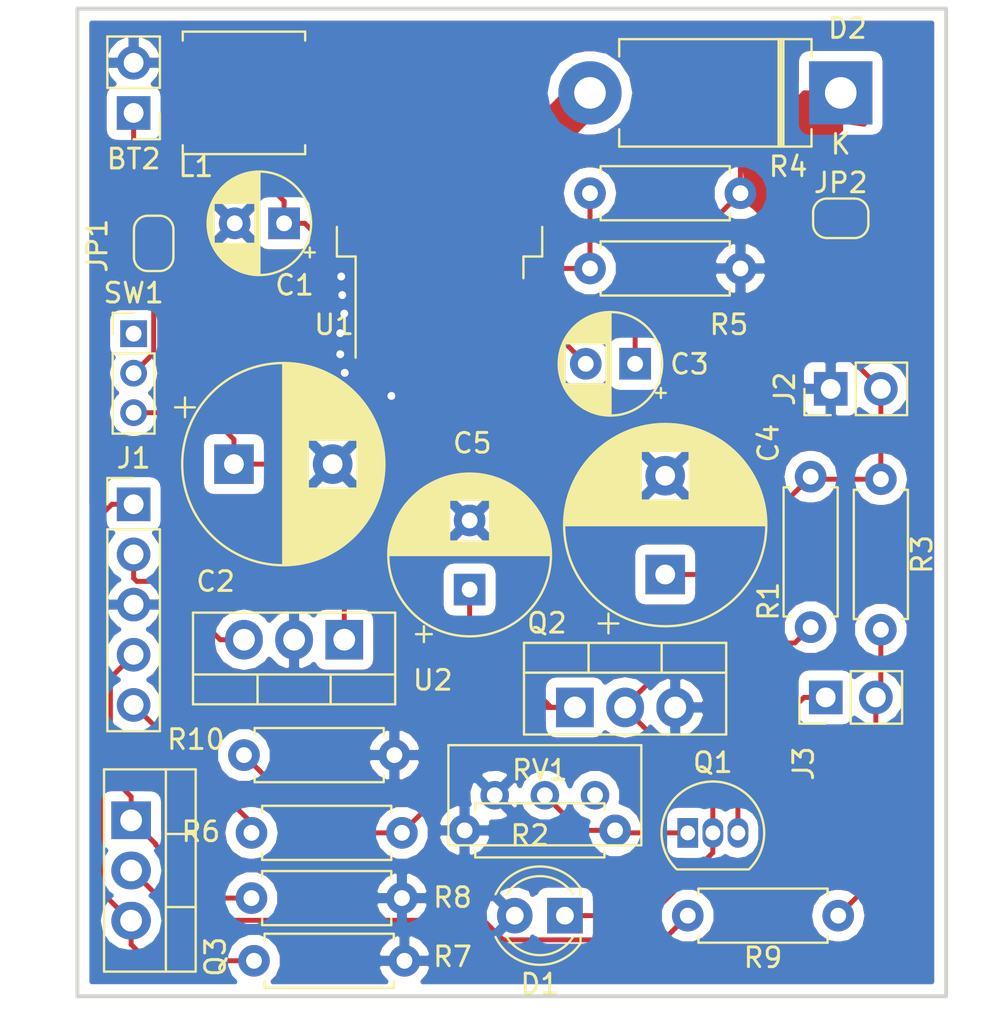
<source format=kicad_pcb>
(kicad_pcb (version 20171130) (host pcbnew "(5.0.2)-1")
  (layers (0 F.Cu signal) (31 B.Cu signal) (34 B.Paste user hide) (35 F.Paste user) (36 B.SilkS user) (37 F.SilkS user hide) (38 B.Mask user) (39 F.Mask user) (44 Edge.Cuts user))
  (net 0 "")
  (net 1 +9V)
  (net 2 boostout-)
  (net 3 "Net-(C3-Pad1)")
  (net 4 "Net-(C3-Pad2)")
  (net 5 boostout+)
  (net 6 "Net-(C5-Pad1)")
  (net 7 "Net-(D1-Pad1)")
  (net 8 "Net-(D2-Pad2)")
  (net 9 "Net-(J1-Pad1)")
  (net 10 +5V)
  (net 11 "Net-(J1-Pad4)")
  (net 12 "Net-(J1-Pad5)")
  (net 13 "Net-(J3-Pad1)")
  (net 14 "Net-(J3-Pad2)")
  (net 15 "Net-(JP1-Pad2)")
  (net 16 "Net-(Q1-Pad1)")
  (net 17 "Net-(Q3-Pad2)")
  (net 18 "Net-(BT2-Pad1)")
  (module Resistor_THT:R_Axial_DIN0207_L6.3mm_D2.5mm_P7.62mm_Horizontal (layer F.Cu) (at 81.915 121.92)
    (fp_text reference R9 (at 3.81 2.128) (layer F.SilkS))
    (fp_text value 20k)
    (pad 2 thru_hole oval (at 7.62 0) (size 1.6 1.6) (drill 0.8) (layers *.Cu *.Mask) (net 14 "Net-(J3-Pad2)"))
    (pad 1 thru_hole circle (at 0 0) (size 1.6 1.6) (drill 0.8) (layers *.Cu *.Mask) (net 17 "Net-(Q3-Pad2)"))
  )
  (module Resistor_THT:R_Axial_DIN0207_L6.3mm_D2.5mm_P7.62mm_Horizontal (layer F.Cu) (at 67.437 117.729 180)
    (fp_text reference R6 (at 10.183 0.061 180) (layer F.SilkS))
    (fp_text value 10k)
    (pad 1 thru_hole circle (at 0 0 180) (size 1.6 1.6) (drill 0.8) (layers *.Cu *.Mask) (net 6 "Net-(C5-Pad1)"))
    (pad 2 thru_hole oval (at 7.62 0 180) (size 1.6 1.6) (drill 0.8) (layers *.Cu *.Mask) (net 12 "Net-(J1-Pad5)"))
  )
  (module Resistor_THT:R_Axial_DIN0207_L6.3mm_D2.5mm_P7.62mm_Horizontal (layer F.Cu) (at 59.436 113.792)
    (fp_text reference R10 (at -2.436 -0.792) (layer F.SilkS))
    (fp_text value "10 kOhm")
    (pad 1 thru_hole circle (at 0 0) (size 1.6 1.6) (drill 0.8) (layers *.Cu *.Mask) (net 6 "Net-(C5-Pad1)"))
    (pad 2 thru_hole oval (at 7.62 0) (size 1.6 1.6) (drill 0.8) (layers *.Cu *.Mask) (net 2 boostout-))
  )
  (module Connector_PinHeader_2.54mm:PinHeader_1x02_P2.54mm_Vertical (layer F.Cu) (at 53.848 81.28 180)
    (fp_text reference BT2 (at 0 -2.33 180) (layer F.SilkS))
    (fp_text value Battery_Cell)
    (pad 1 thru_hole rect (at 0 0 180) (size 1.7 1.7) (drill 1) (layers *.Cu *.Mask) (net 18 "Net-(BT2-Pad1)"))
    (pad 2 thru_hole oval (at 0 2.54 180) (size 1.7 1.7) (drill 1) (layers *.Cu *.Mask) (net 2 boostout-))
  )
  (module Capacitor_THT:CP_Radial_D5.0mm_P2.50mm (layer F.Cu) (at 61.468 86.868 180)
    (fp_text reference C1 (at -0.532 -3.132 180) (layer F.SilkS))
    (fp_text value 47uF)
    (pad 1 thru_hole rect (at 0 0 180) (size 1.6 1.6) (drill 0.8) (layers *.Cu *.Mask) (net 1 +9V))
    (pad 2 thru_hole circle (at 2.5 0 180) (size 1.6 1.6) (drill 0.8) (layers *.Cu *.Mask) (net 2 boostout-))
  )
  (module Capacitor_THT:CP_Radial_D5.0mm_P2.50mm (layer F.Cu) (at 79.248 93.98 180)
    (fp_text reference C3 (at -2.752 -0.02 180) (layer F.SilkS))
    (fp_text value 10uF)
    (pad 1 thru_hole rect (at 0 0 180) (size 1.6 1.6) (drill 0.8) (layers *.Cu *.Mask) (net 3 "Net-(C3-Pad1)"))
    (pad 2 thru_hole circle (at 2.5 0 180) (size 1.6 1.6) (drill 0.8) (layers *.Cu *.Mask) (net 4 "Net-(C3-Pad2)"))
  )
  (module LED_THT:LED_D4.0mm (layer F.Cu) (at 75.692 121.92 180)
    (fp_text reference D1 (at 1.27 -3.46 180) (layer F.SilkS))
    (fp_text value DIODE)
    (pad 1 thru_hole rect (at 0 0 180) (size 1.8 1.8) (drill 0.9) (layers *.Cu *.Mask) (net 7 "Net-(D1-Pad1)"))
    (pad 2 thru_hole circle (at 2.54 0 180) (size 1.8 1.8) (drill 0.9) (layers *.Cu *.Mask) (net 2 boostout-))
  )
  (module Diode_THT:D_DO-201AD_P12.70mm_Horizontal (layer F.Cu) (at 89.662 80.264 180)
    (fp_text reference D2 (at -0.338 3.264 180) (layer F.SilkS))
    (fp_text value 1N5821)
    (fp_text user K (at 0 -2.6 180) (layer F.SilkS))
    (pad 1 thru_hole rect (at 0 0 180) (size 3.2 3.2) (drill 1.6) (layers *.Cu *.Mask) (net 3 "Net-(C3-Pad1)"))
    (pad 2 thru_hole oval (at 12.7 0 180) (size 3.2 3.2) (drill 1.6) (layers *.Cu *.Mask) (net 8 "Net-(D2-Pad2)"))
  )
  (module Connector_PinHeader_2.54mm:PinHeader_1x05_P2.54mm_Vertical (layer F.Cu) (at 53.848 101.092)
    (fp_text reference J1 (at 0 -2.33) (layer F.SilkS))
    (fp_text value Conn_01x05_Male)
    (pad 1 thru_hole rect (at 0 0) (size 1.7 1.7) (drill 1) (layers *.Cu *.Mask) (net 9 "Net-(J1-Pad1)"))
    (pad 2 thru_hole oval (at 0 2.54) (size 1.7 1.7) (drill 1) (layers *.Cu *.Mask) (net 10 +5V))
    (pad 3 thru_hole oval (at 0 5.08) (size 1.7 1.7) (drill 1) (layers *.Cu *.Mask) (net 2 boostout-))
    (pad 4 thru_hole oval (at 0 7.62) (size 1.7 1.7) (drill 1) (layers *.Cu *.Mask) (net 11 "Net-(J1-Pad4)"))
    (pad 5 thru_hole oval (at 0 10.16) (size 1.7 1.7) (drill 1) (layers *.Cu *.Mask) (net 12 "Net-(J1-Pad5)"))
  )
  (module Connector_PinHeader_2.54mm:PinHeader_1x02_P2.54mm_Vertical (layer F.Cu) (at 89.154 95.25 90)
    (fp_text reference J2 (at 0 -2.33 90) (layer F.SilkS))
    (fp_text value Conn_01x02_Male)
    (pad 2 thru_hole oval (at 0 2.54 90) (size 1.7 1.7) (drill 1) (layers *.Cu *.Mask) (net 5 boostout+))
    (pad 1 thru_hole rect (at 0 0 90) (size 1.7 1.7) (drill 1) (layers *.Cu *.Mask) (net 2 boostout-))
  )
  (module Connector_PinHeader_2.54mm:PinHeader_1x02_P2.54mm_Vertical (layer F.Cu) (at 88.9 110.871 90)
    (fp_text reference J3 (at -3.351 -1.122 90) (layer F.SilkS))
    (fp_text value Conn_01x02_Male)
    (pad 1 thru_hole rect (at 0 0 90) (size 1.7 1.7) (drill 1) (layers *.Cu *.Mask) (net 13 "Net-(J3-Pad1)"))
    (pad 2 thru_hole oval (at 0 2.54 90) (size 1.7 1.7) (drill 1) (layers *.Cu *.Mask) (net 14 "Net-(J3-Pad2)"))
  )
  (module Jumper:SolderJumper-2_P1.3mm_Open_RoundedPad1.0x1.5mm (layer F.Cu) (at 54.864 87.884 270)
    (fp_text reference JP1 (at 0.116 2.864 270) (layer F.SilkS))
    (fp_text value SolderJumper_2_Open)
    (pad 1 smd custom (at -0.65 0 270) (size 1 0.5) (layers F.Cu F.Mask) (net 18 "Net-(BT2-Pad1)") (options (clearance outline) (anchor rect)) (primitives (gr_circle (center 0 0.25) (end 0.5 0.25) (width 0)) (gr_circle (center 0 -0.25) (end 0.5 -0.25) (width 0)) (gr_poly (pts (xy 0 -0.75) (xy 0.5 -0.75) (xy 0.5 0.75) (xy 0 0.75)) (width 0))))
    (pad 2 smd custom (at 0.65 0 270) (size 1 0.5) (layers F.Cu F.Mask) (net 15 "Net-(JP1-Pad2)") (options (clearance outline) (anchor rect)) (primitives (gr_circle (center 0 0.25) (end 0.5 0.25) (width 0)) (gr_circle (center 0 -0.25) (end 0.5 -0.25) (width 0)) (gr_poly (pts (xy 0 -0.75) (xy -0.5 -0.75) (xy -0.5 0.75) (xy 0 0.75)) (width 0))))
  )
  (module Jumper:SolderJumper-2_P1.3mm_Open_RoundedPad1.0x1.5mm (layer F.Cu) (at 89.662 86.614)
    (fp_text reference JP2 (at 0 -1.8) (layer F.SilkS))
    (fp_text value SolderJumper_2_Open)
    (pad 2 smd custom (at 0.65 0) (size 1 0.5) (layers F.Cu F.Mask) (net 5 boostout+) (options (clearance outline) (anchor rect)) (primitives (gr_circle (center 0 0.25) (end 0.5 0.25) (width 0)) (gr_circle (center 0 -0.25) (end 0.5 -0.25) (width 0)) (gr_poly (pts (xy 0 -0.75) (xy -0.5 -0.75) (xy -0.5 0.75) (xy 0 0.75)) (width 0))))
    (pad 1 smd custom (at -0.65 0) (size 1 0.5) (layers F.Cu F.Mask) (net 3 "Net-(C3-Pad1)") (options (clearance outline) (anchor rect)) (primitives (gr_circle (center 0 0.25) (end 0.5 0.25) (width 0)) (gr_circle (center 0 -0.25) (end 0.5 -0.25) (width 0)) (gr_poly (pts (xy 0 -0.75) (xy 0.5 -0.75) (xy 0.5 0.75) (xy 0 0.75)) (width 0))))
  )
  (module Inductor_SMD:L_Bourns_SRN6045TA (layer F.Cu) (at 59.436 80.264)
    (fp_text reference L1 (at -2.436 3.736) (layer F.SilkS))
    (fp_text value 33uh)
    (pad 1 smd rect (at -2.075 0) (size 2.35 5.1) (layers F.Cu F.Paste F.Mask) (net 1 +9V))
    (pad 2 smd rect (at 2.075 0) (size 2.35 5.1) (layers F.Cu F.Paste F.Mask) (net 8 "Net-(D2-Pad2)"))
  )
  (module Package_TO_SOT_THT:TO-92_Inline (layer F.Cu) (at 81.915 117.729)
    (fp_text reference Q1 (at 1.27 -3.56) (layer F.SilkS))
    (fp_text value 2N3904)
    (pad 2 thru_hole oval (at 1.27 0) (size 1.05 1.5) (drill 0.75) (layers *.Cu *.Mask) (net 7 "Net-(D1-Pad1)"))
    (pad 3 thru_hole oval (at 2.54 0) (size 1.05 1.5) (drill 0.75) (layers *.Cu *.Mask) (net 13 "Net-(J3-Pad1)"))
    (pad 1 thru_hole rect (at 0 0) (size 1.05 1.5) (drill 0.75) (layers *.Cu *.Mask) (net 16 "Net-(Q1-Pad1)"))
  )
  (module Package_TO_SOT_THT:TO-220-3_Vertical (layer F.Cu) (at 76.2 111.379)
    (fp_text reference Q2 (at -1.422 -4.27) (layer F.SilkS))
    (fp_text value IRL2203)
    (pad 3 thru_hole oval (at 5.08 0) (size 1.905 2) (drill 1.1) (layers *.Cu *.Mask) (net 2 boostout-))
    (pad 2 thru_hole oval (at 2.54 0) (size 1.905 2) (drill 1.1) (layers *.Cu *.Mask) (net 7 "Net-(D1-Pad1)"))
    (pad 1 thru_hole rect (at 0 0) (size 1.905 2) (drill 1.1) (layers *.Cu *.Mask) (net 6 "Net-(C5-Pad1)"))
  )
  (module Package_TO_SOT_THT:TO-220-3_Vertical (layer F.Cu) (at 53.721 117.094 270)
    (fp_text reference Q3 (at 6.906 -4.27 270) (layer F.SilkS))
    (fp_text value IRL2203)
    (pad 1 thru_hole rect (at 0 0 270) (size 1.905 2) (drill 1.1) (layers *.Cu *.Mask) (net 11 "Net-(J1-Pad4)"))
    (pad 2 thru_hole oval (at 2.54 0 270) (size 1.905 2) (drill 1.1) (layers *.Cu *.Mask) (net 17 "Net-(Q3-Pad2)"))
    (pad 3 thru_hole oval (at 5.08 0 270) (size 1.905 2) (drill 1.1) (layers *.Cu *.Mask) (net 9 "Net-(J1-Pad1)"))
  )
  (module Resistor_THT:R_Axial_DIN0207_L6.3mm_D2.5mm_P7.62mm_Horizontal (layer F.Cu) (at 88.138 107.315 90)
    (fp_text reference R1 (at 1.315 -2.138 90) (layer F.SilkS))
    (fp_text value 20k)
    (pad 2 thru_hole oval (at 7.62 0 90) (size 1.6 1.6) (drill 0.8) (layers *.Cu *.Mask) (net 5 boostout+))
    (pad 1 thru_hole circle (at 0 0 90) (size 1.6 1.6) (drill 0.8) (layers *.Cu *.Mask) (net 7 "Net-(D1-Pad1)"))
  )
  (module Resistor_THT:R_Axial_DIN0207_L6.3mm_D2.5mm_P7.62mm_Horizontal (layer F.Cu) (at 78.232 117.602 180)
    (fp_text reference R2 (at 4.318 -0.254 180) (layer F.SilkS))
    (fp_text value "1.351 kOhm")
    (pad 2 thru_hole oval (at 7.62 0 180) (size 1.6 1.6) (drill 0.8) (layers *.Cu *.Mask) (net 2 boostout-))
    (pad 1 thru_hole circle (at 0 0 180) (size 1.6 1.6) (drill 0.8) (layers *.Cu *.Mask) (net 16 "Net-(Q1-Pad1)"))
  )
  (module Resistor_THT:R_Axial_DIN0207_L6.3mm_D2.5mm_P7.62mm_Horizontal (layer F.Cu) (at 91.694 107.442 90)
    (fp_text reference R3 (at 3.81 2.084 90) (layer F.SilkS))
    (fp_text value 680)
    (pad 1 thru_hole circle (at 0 0 90) (size 1.6 1.6) (drill 0.8) (layers *.Cu *.Mask) (net 14 "Net-(J3-Pad2)"))
    (pad 2 thru_hole oval (at 7.62 0 90) (size 1.6 1.6) (drill 0.8) (layers *.Cu *.Mask) (net 5 boostout+))
  )
  (module Resistor_THT:R_Axial_DIN0207_L6.3mm_D2.5mm_P7.62mm_Horizontal (layer F.Cu) (at 84.582 85.344 180)
    (fp_text reference R4 (at -2.418 1.344 180) (layer F.SilkS))
    (fp_text value 31K)
    (pad 2 thru_hole oval (at 7.62 0 180) (size 1.6 1.6) (drill 0.8) (layers *.Cu *.Mask) (net 4 "Net-(C3-Pad2)"))
    (pad 1 thru_hole circle (at 0 0 180) (size 1.6 1.6) (drill 0.8) (layers *.Cu *.Mask) (net 3 "Net-(C3-Pad1)"))
  )
  (module Resistor_THT:R_Axial_DIN0207_L6.3mm_D2.5mm_P7.62mm_Horizontal (layer F.Cu) (at 76.962 89.154)
    (fp_text reference R5 (at 7.038 2.846) (layer F.SilkS))
    (fp_text value 1K)
    (pad 1 thru_hole circle (at 0 0) (size 1.6 1.6) (drill 0.8) (layers *.Cu *.Mask) (net 4 "Net-(C3-Pad2)"))
    (pad 2 thru_hole oval (at 7.62 0) (size 1.6 1.6) (drill 0.8) (layers *.Cu *.Mask) (net 2 boostout-))
  )
  (module Resistor_THT:R_Axial_DIN0207_L6.3mm_D2.5mm_P7.62mm_Horizontal (layer F.Cu) (at 59.944 124.206)
    (fp_text reference R7 (at 10.056 -0.206) (layer F.SilkS))
    (fp_text value "1 Ohm")
    (pad 1 thru_hole circle (at 0 0) (size 1.6 1.6) (drill 0.8) (layers *.Cu *.Mask) (net 9 "Net-(J1-Pad1)"))
    (pad 2 thru_hole oval (at 7.62 0) (size 1.6 1.6) (drill 0.8) (layers *.Cu *.Mask) (net 2 boostout-))
  )
  (module Resistor_THT:R_Axial_DIN0207_L6.3mm_D2.5mm_P7.62mm_Horizontal (layer F.Cu) (at 59.817 121.031)
    (fp_text reference R8 (at 10.183 -0.031) (layer F.SilkS))
    (fp_text value "10 kOhm")
    (pad 2 thru_hole oval (at 7.62 0) (size 1.6 1.6) (drill 0.8) (layers *.Cu *.Mask) (net 2 boostout-))
    (pad 1 thru_hole circle (at 0 0) (size 1.6 1.6) (drill 0.8) (layers *.Cu *.Mask) (net 11 "Net-(J1-Pad4)"))
  )
  (module Connector_PinHeader_2.00mm:PinHeader_1x03_P2.00mm_Vertical (layer F.Cu) (at 53.848 92.456)
    (fp_text reference SW1 (at 0 -2.06) (layer F.SilkS))
    (fp_text value SW_SPDT)
    (pad 1 thru_hole rect (at 0 0) (size 1.35 1.35) (drill 0.8) (layers *.Cu *.Mask))
    (pad 2 thru_hole oval (at 0 2) (size 1.35 1.35) (drill 0.8) (layers *.Cu *.Mask) (net 15 "Net-(JP1-Pad2)"))
    (pad 3 thru_hole oval (at 0 4) (size 1.35 1.35) (drill 0.8) (layers *.Cu *.Mask) (net 1 +9V))
  )
  (module Package_TO_SOT_SMD:TO-263-5_TabPin3 (layer F.Cu) (at 69.342 85.598 90)
    (fp_text reference U1 (at -6.402 -5.342 180) (layer F.SilkS))
    (fp_text value XL6009)
    (pad 1 smd rect (at -5.775 -3.4 90) (size 4.6 1.1) (layers F.Cu F.Paste F.Mask) (net 2 boostout-))
    (pad 2 smd rect (at -5.775 -1.7 90) (size 4.6 1.1) (layers F.Cu F.Paste F.Mask) (net 1 +9V))
    (pad 3 smd rect (at -5.775 0 90) (size 4.6 1.1) (layers F.Cu F.Paste F.Mask) (net 8 "Net-(D2-Pad2)"))
    (pad 4 smd rect (at -5.775 1.7 90) (size 4.6 1.1) (layers F.Cu F.Paste F.Mask) (net 1 +9V))
    (pad 5 smd rect (at -5.775 3.4 90) (size 4.6 1.1) (layers F.Cu F.Paste F.Mask) (net 4 "Net-(C3-Pad2)"))
    (pad 3 smd rect (at 3.375 0 90) (size 9.4 10.8) (layers F.Cu F.Mask) (net 8 "Net-(D2-Pad2)"))
  )
  (module Package_TO_SOT_THT:TO-220-3_Vertical (layer F.Cu) (at 64.516 107.95 180)
    (fp_text reference U2 (at -4.484 -2.05 180) (layer F.SilkS))
    (fp_text value L7805)
    (pad 1 thru_hole rect (at 0 0 180) (size 1.905 2) (drill 1.1) (layers *.Cu *.Mask) (net 1 +9V))
    (pad 2 thru_hole oval (at 2.54 0 180) (size 1.905 2) (drill 1.1) (layers *.Cu *.Mask) (net 2 boostout-))
    (pad 3 thru_hole oval (at 5.08 0 180) (size 1.905 2) (drill 1.1) (layers *.Cu *.Mask) (net 10 +5V))
  )
  (module Capacitor_THT:CP_Radial_D10.0mm_P5.00mm (layer F.Cu) (at 58.928 99.06)
    (fp_text reference C2 (at -0.928 5.94) (layer F.SilkS))
    (fp_text value 220uF)
    (pad 1 thru_hole rect (at 0 0) (size 2 2) (drill 1) (layers *.Cu *.Mask) (net 1 +9V))
    (pad 2 thru_hole circle (at 5 0) (size 2 2) (drill 1) (layers *.Cu *.Mask) (net 2 boostout-))
  )
  (module Capacitor_THT:CP_Radial_D10.0mm_P5.00mm (layer F.Cu) (at 80.772 104.648 90)
    (fp_text reference C4 (at 6.648 5.228 90) (layer F.SilkS))
    (fp_text value 220uF)
    (pad 2 thru_hole circle (at 5 0 90) (size 2 2) (drill 1) (layers *.Cu *.Mask) (net 2 boostout-))
    (pad 1 thru_hole rect (at 0 0 90) (size 2 2) (drill 1) (layers *.Cu *.Mask) (net 5 boostout+))
  )
  (module Capacitor_THT:CP_Radial_D8.0mm_P3.50mm (layer F.Cu) (at 70.866 105.41 90)
    (fp_text reference C5 (at 7.41 0.134 180) (layer F.SilkS))
    (fp_text value 100uF)
    (pad 1 thru_hole rect (at 0 0 90) (size 1.6 1.6) (drill 0.8) (layers *.Cu *.Mask) (net 6 "Net-(C5-Pad1)"))
    (pad 2 thru_hole circle (at 3.5 0 90) (size 1.6 1.6) (drill 0.8) (layers *.Cu *.Mask) (net 2 boostout-))
  )
  (module Potentiometer_THT:Potentiometer_Bourns_3386C_Horizontal (layer F.Cu) (at 72.136 115.824 90)
    (fp_text reference RV1 (at 1.27 2.286 180) (layer F.SilkS))
    (fp_text value R_POT)
    (pad 3 thru_hole circle (at 0 5.08 90) (size 1.44 1.44) (drill 0.8) (layers *.Cu *.Mask))
    (pad 2 thru_hole circle (at 0 2.54 90) (size 1.44 1.44) (drill 0.8) (layers *.Cu *.Mask) (net 16 "Net-(Q1-Pad1)"))
    (pad 1 thru_hole circle (at 0 0 90) (size 1.44 1.44) (drill 0.8) (layers *.Cu *.Mask) (net 2 boostout-))
  )
  (gr_line (start 51 76) (end 95 76) (layer Edge.Cuts) (width 0.2))
  (gr_line (start 51 126) (end 51 76) (layer Edge.Cuts) (width 0.2))
  (gr_line (start 95 126) (end 51 126) (layer Edge.Cuts) (width 0.2))
  (gr_line (start 95 76) (end 95 126) (layer Edge.Cuts) (width 0.2))
  (segment (start 61.468 85.818) (end 61.468 86.868) (width 0.25) (layer F.Cu) (net 1))
  (segment (start 61.468 85.746) (end 61.468 85.818) (width 0.25) (layer F.Cu) (net 1))
  (segment (start 57.361 81.639) (end 61.468 85.746) (width 0.25) (layer F.Cu) (net 1))
  (segment (start 57.361 80.264) (end 57.361 81.639) (width 0.25) (layer F.Cu) (net 1))
  (segment (start 67.642 87.835) (end 67.642 91.373) (width 0.25) (layer F.Cu) (net 1))
  (segment (start 67.437 87.63) (end 67.642 87.835) (width 0.25) (layer F.Cu) (net 1))
  (segment (start 63.28 87.63) (end 67.437 87.63) (width 0.25) (layer F.Cu) (net 1))
  (segment (start 61.468 86.868) (end 62.518 86.868) (width 0.25) (layer F.Cu) (net 1))
  (segment (start 62.518 86.868) (end 63.28 87.63) (width 0.25) (layer F.Cu) (net 1))
  (segment (start 68.517001 93.998001) (end 67.642 93.123) (width 0.25) (layer F.Cu) (net 1))
  (segment (start 70.966999 93.998001) (end 68.517001 93.998001) (width 0.25) (layer F.Cu) (net 1))
  (segment (start 71.042 93.923) (end 70.966999 93.998001) (width 0.25) (layer F.Cu) (net 1))
  (segment (start 71.042 91.373) (end 71.042 93.923) (width 0.25) (layer F.Cu) (net 1))
  (segment (start 67.642 93.123) (end 67.642 91.373) (width 0.25) (layer F.Cu) (net 1))
  (segment (start 61.705 99.06) (end 67.642 93.123) (width 0.25) (layer F.Cu) (net 1))
  (segment (start 58.928 99.06) (end 61.705 99.06) (width 0.25) (layer F.Cu) (net 1))
  (segment (start 58.928 97.81) (end 58.928 99.06) (width 0.25) (layer F.Cu) (net 1))
  (segment (start 57.574 96.456) (end 58.928 97.81) (width 0.25) (layer F.Cu) (net 1))
  (segment (start 53.848 96.456) (end 57.574 96.456) (width 0.25) (layer F.Cu) (net 1))
  (segment (start 61.705 100.587) (end 61.705 99.06) (width 0.25) (layer F.Cu) (net 1))
  (segment (start 64.516 103.398) (end 61.705 100.587) (width 0.25) (layer F.Cu) (net 1))
  (segment (start 64.516 107.95) (end 64.516 103.398) (width 0.25) (layer F.Cu) (net 1))
  (segment (start 65.942 88.823) (end 65.765 88.646) (width 0.25) (layer F.Cu) (net 2))
  (segment (start 65.942 91.373) (end 65.942 88.823) (width 0.25) (layer F.Cu) (net 2))
  (segment (start 65.765 88.646) (end 64.516 88.646) (width 0.25) (layer F.Cu) (net 2))
  (via (at 64.4144 90.5002) (size 0.8) (drill 0.4) (layers F.Cu B.Cu) (net 2))
  (segment (start 64.516 88.646) (end 64.516 89.916) (width 0.25) (layer F.Cu) (net 2))
  (segment (start 64.516 89.916) (end 64.516 91.44) (width 0.25) (layer B.Cu) (net 2))
  (via (at 64.516 91.44) (size 0.8) (drill 0.4) (layers F.Cu B.Cu) (net 2))
  (via (at 64.3128 92.4306) (size 0.8) (drill 0.4) (layers F.Cu B.Cu) (net 2))
  (segment (start 64.516 91.44) (end 64.516 92.456) (width 0.25) (layer B.Cu) (net 2))
  (via (at 64.3636 89.5604) (size 0.8) (drill 0.4) (layers F.Cu B.Cu) (net 2))
  (segment (start 64.516 92.456) (end 63.5 92.456) (width 0.25) (layer F.Cu) (net 2))
  (segment (start 63.5 92.456) (end 62.992 92.964) (width 0.25) (layer F.Cu) (net 2))
  (via (at 64.3128 93.4974) (size 0.8) (drill 0.4) (layers F.Cu B.Cu) (net 2))
  (segment (start 64.516 92.456) (end 64.516 93.472) (width 0.25) (layer F.Cu) (net 2))
  (via (at 64.5414 94.4372) (size 0.8) (drill 0.4) (layers F.Cu B.Cu) (net 2))
  (segment (start 64.516 93.472) (end 64.516 93.98) (width 0.25) (layer B.Cu) (net 2))
  (segment (start 64.516 93.98) (end 64.77 94.234) (width 0.25) (layer B.Cu) (net 2))
  (segment (start 64.77 94.234) (end 65.137847 94.601847) (width 0.25) (layer F.Cu) (net 2))
  (via (at 66.9036 95.6056) (size 0.8) (drill 0.4) (layers F.Cu B.Cu) (net 2))
  (segment (start 65.137847 94.601847) (end 65.899847 94.601847) (width 0.25) (layer B.Cu) (net 2))
  (segment (start 65.899847 94.601847) (end 66.544153 95.246153) (width 0.25) (layer B.Cu) (net 2))
  (segment (start 89.012 85.766408) (end 89.012 86.614) (width 0.25) (layer F.Cu) (net 3))
  (segment (start 89.012 82.764) (end 89.012 85.766408) (width 0.25) (layer F.Cu) (net 3))
  (segment (start 89.662 82.114) (end 89.012 82.764) (width 0.25) (layer F.Cu) (net 3))
  (segment (start 89.662 80.264) (end 89.662 82.114) (width 0.25) (layer F.Cu) (net 3))
  (segment (start 85.852 86.614) (end 89.012 86.614) (width 0.25) (layer F.Cu) (net 3))
  (segment (start 84.582 85.344) (end 85.852 86.614) (width 0.25) (layer F.Cu) (net 3))
  (segment (start 79.248 90.678) (end 84.582 85.344) (width 0.25) (layer F.Cu) (net 3))
  (segment (start 79.248 93.98) (end 79.248 90.678) (width 0.25) (layer F.Cu) (net 3))
  (segment (start 84.582 84.21263) (end 84.582 85.344) (width 0.25) (layer F.Cu) (net 3))
  (segment (start 84.582 83.494) (end 84.582 84.21263) (width 0.25) (layer F.Cu) (net 3))
  (segment (start 87.812 80.264) (end 84.582 83.494) (width 0.25) (layer F.Cu) (net 3))
  (segment (start 89.662 80.264) (end 87.812 80.264) (width 0.25) (layer F.Cu) (net 3))
  (segment (start 76.962 86.47537) (end 76.962 89.154) (width 0.25) (layer F.Cu) (net 4))
  (segment (start 76.962 85.344) (end 76.962 86.47537) (width 0.25) (layer F.Cu) (net 4))
  (segment (start 72.742 89.623) (end 72.742 91.373) (width 0.25) (layer F.Cu) (net 4))
  (segment (start 73.542 88.823) (end 72.742 89.623) (width 0.25) (layer F.Cu) (net 4))
  (segment (start 74.63 88.823) (end 73.542 88.823) (width 0.25) (layer F.Cu) (net 4))
  (segment (start 74.961 89.154) (end 74.63 88.823) (width 0.25) (layer F.Cu) (net 4))
  (segment (start 76.962 89.154) (end 74.961 89.154) (width 0.25) (layer F.Cu) (net 4))
  (segment (start 74.141 91.373) (end 76.748 93.98) (width 0.25) (layer F.Cu) (net 4))
  (segment (start 72.742 91.373) (end 74.141 91.373) (width 0.25) (layer F.Cu) (net 4))
  (segment (start 90.312 93.868) (end 91.694 95.25) (width 0.25) (layer F.Cu) (net 5))
  (segment (start 90.312 86.614) (end 90.312 93.868) (width 0.25) (layer F.Cu) (net 5))
  (segment (start 91.694 96.452081) (end 91.694 99.822) (width 0.25) (layer F.Cu) (net 5))
  (segment (start 91.694 95.25) (end 91.694 96.452081) (width 0.25) (layer F.Cu) (net 5))
  (segment (start 88.265 99.822) (end 88.138 99.695) (width 0.25) (layer F.Cu) (net 5))
  (segment (start 91.694 99.822) (end 88.265 99.822) (width 0.25) (layer F.Cu) (net 5))
  (segment (start 83.185 104.648) (end 80.772 104.648) (width 0.25) (layer F.Cu) (net 5))
  (segment (start 88.138 99.695) (end 83.185 104.648) (width 0.25) (layer F.Cu) (net 5))
  (segment (start 63.373 117.729) (end 67.437 117.729) (width 0.25) (layer F.Cu) (net 6))
  (segment (start 59.436 113.792) (end 63.373 117.729) (width 0.25) (layer F.Cu) (net 6))
  (segment (start 73.787 111.379) (end 76.2 111.379) (width 0.25) (layer F.Cu) (net 6))
  (segment (start 67.437 117.729) (end 73.787 111.379) (width 0.25) (layer F.Cu) (net 6))
  (segment (start 70.866 106.46) (end 70.866 105.41) (width 0.25) (layer F.Cu) (net 6))
  (segment (start 70.866 107.2475) (end 70.866 106.46) (width 0.25) (layer F.Cu) (net 6))
  (segment (start 74.9975 111.379) (end 70.866 107.2475) (width 0.25) (layer F.Cu) (net 6))
  (segment (start 76.2 111.379) (end 74.9975 111.379) (width 0.25) (layer F.Cu) (net 6))
  (segment (start 78.74 111.4265) (end 78.74 111.379) (width 0.25) (layer F.Cu) (net 7))
  (segment (start 83.185 117.729) (end 83.185 115.824) (width 0.25) (layer F.Cu) (net 7))
  (segment (start 83.185 115.824) (end 79.99 112.629) (width 0.25) (layer F.Cu) (net 7))
  (segment (start 79.99 112.629) (end 79.9425 112.629) (width 0.25) (layer F.Cu) (net 7))
  (segment (start 79.9425 112.629) (end 78.74 111.4265) (width 0.25) (layer F.Cu) (net 7))
  (segment (start 78.74 111.3315) (end 78.74 111.379) (width 0.25) (layer F.Cu) (net 7))
  (segment (start 81.956501 108.114999) (end 78.74 111.3315) (width 0.25) (layer F.Cu) (net 7))
  (segment (start 87.338001 108.114999) (end 81.956501 108.114999) (width 0.25) (layer F.Cu) (net 7))
  (segment (start 88.138 107.315) (end 87.338001 108.114999) (width 0.25) (layer F.Cu) (net 7))
  (segment (start 83.185 118.729) (end 83.185 117.729) (width 0.25) (layer F.Cu) (net 7))
  (segment (start 79.994 121.92) (end 83.185 118.729) (width 0.25) (layer F.Cu) (net 7))
  (segment (start 75.692 121.92) (end 79.994 121.92) (width 0.25) (layer F.Cu) (net 7))
  (segment (start 67.383 80.264) (end 69.342 82.223) (width 0.25) (layer F.Cu) (net 8))
  (segment (start 61.511 80.264) (end 67.383 80.264) (width 2) (layer F.Cu) (net 8))
  (segment (start 69.342 82.223) (end 69.342 91.373) (width 0.9) (layer F.Cu) (net 8))
  (segment (start 75.003 82.223) (end 76.962 80.264) (width 2) (layer F.Cu) (net 8))
  (segment (start 69.342 82.223) (end 75.003 82.223) (width 0.25) (layer F.Cu) (net 8))
  (segment (start 53.721 123.3765) (end 53.721 122.174) (width 0.25) (layer F.Cu) (net 9))
  (segment (start 54.5505 124.206) (end 53.721 123.3765) (width 0.25) (layer F.Cu) (net 9))
  (segment (start 59.944 124.206) (end 54.5505 124.206) (width 0.25) (layer F.Cu) (net 9))
  (segment (start 53.6735 122.174) (end 53.721 122.174) (width 0.25) (layer F.Cu) (net 9))
  (segment (start 52.222989 120.723489) (end 53.6735 122.174) (width 0.25) (layer F.Cu) (net 9))
  (segment (start 52.222989 101.617011) (end 52.222989 120.723489) (width 0.25) (layer F.Cu) (net 9))
  (segment (start 52.748 101.092) (end 52.222989 101.617011) (width 0.25) (layer F.Cu) (net 9))
  (segment (start 53.848 101.092) (end 52.748 101.092) (width 0.25) (layer F.Cu) (net 9))
  (segment (start 58.2335 107.95) (end 59.436 107.95) (width 0.25) (layer F.Cu) (net 10))
  (segment (start 55.280499 104.996999) (end 58.2335 107.95) (width 0.25) (layer F.Cu) (net 10))
  (segment (start 54.010918 104.996999) (end 55.280499 104.996999) (width 0.25) (layer F.Cu) (net 10))
  (segment (start 53.848 104.834081) (end 54.010918 104.996999) (width 0.25) (layer F.Cu) (net 10))
  (segment (start 53.848 103.632) (end 53.848 104.834081) (width 0.25) (layer F.Cu) (net 10))
  (segment (start 52.672999 114.843499) (end 53.721 115.8915) (width 0.25) (layer F.Cu) (net 11))
  (segment (start 52.672999 109.887001) (end 52.672999 114.843499) (width 0.25) (layer F.Cu) (net 11))
  (segment (start 53.848 108.712) (end 52.672999 109.887001) (width 0.25) (layer F.Cu) (net 11))
  (segment (start 53.721 115.8915) (end 53.721 117.094) (width 0.25) (layer F.Cu) (net 11))
  (segment (start 53.7685 117.094) (end 53.721 117.094) (width 0.25) (layer F.Cu) (net 11))
  (segment (start 54.971 118.2965) (end 53.7685 117.094) (width 0.25) (layer F.Cu) (net 11))
  (segment (start 54.971 118.344) (end 54.971 118.2965) (width 0.25) (layer F.Cu) (net 11))
  (segment (start 57.658 121.031) (end 54.971 118.344) (width 0.25) (layer F.Cu) (net 11))
  (segment (start 59.817 121.031) (end 57.658 121.031) (width 0.25) (layer F.Cu) (net 11))
  (segment (start 59.817 117.221) (end 59.817 117.729) (width 0.25) (layer F.Cu) (net 12))
  (segment (start 53.848 111.252) (end 59.817 117.221) (width 0.25) (layer F.Cu) (net 12))
  (segment (start 87.8 110.871) (end 88.9 110.871) (width 0.25) (layer F.Cu) (net 13))
  (segment (start 84.455 114.216) (end 87.8 110.871) (width 0.25) (layer F.Cu) (net 13))
  (segment (start 84.455 117.729) (end 84.455 114.216) (width 0.25) (layer F.Cu) (net 13))
  (segment (start 91.44 120.015) (end 91.44 110.871) (width 0.25) (layer F.Cu) (net 14))
  (segment (start 89.535 121.92) (end 91.44 120.015) (width 0.25) (layer F.Cu) (net 14))
  (segment (start 91.694 110.617) (end 91.44 110.871) (width 0.25) (layer F.Cu) (net 14))
  (segment (start 91.694 107.442) (end 91.694 110.617) (width 0.25) (layer F.Cu) (net 14))
  (segment (start 54.864 93.44) (end 53.848 94.456) (width 0.25) (layer F.Cu) (net 15))
  (segment (start 54.864 88.534) (end 54.864 93.44) (width 0.25) (layer F.Cu) (net 15))
  (segment (start 76.454 117.602) (end 78.232 117.602) (width 0.25) (layer F.Cu) (net 16))
  (segment (start 74.676 115.824) (end 76.454 117.602) (width 0.25) (layer F.Cu) (net 16))
  (segment (start 78.359 117.729) (end 78.232 117.602) (width 0.25) (layer F.Cu) (net 16))
  (segment (start 81.915 117.729) (end 78.359 117.729) (width 0.25) (layer F.Cu) (net 16))
  (segment (start 53.721 119.634) (end 53.6735 119.634) (width 0.25) (layer F.Cu) (net 17))
  (segment (start 81.115001 122.719999) (end 81.915 121.92) (width 0.25) (layer F.Cu) (net 17))
  (segment (start 80.689999 123.145001) (end 81.115001 122.719999) (width 0.25) (layer F.Cu) (net 17))
  (segment (start 72.563999 123.145001) (end 80.689999 123.145001) (width 0.25) (layer F.Cu) (net 17))
  (segment (start 71.574999 122.156001) (end 72.563999 123.145001) (width 0.25) (layer F.Cu) (net 17))
  (segment (start 56.290501 122.156001) (end 71.574999 122.156001) (width 0.25) (layer F.Cu) (net 17))
  (segment (start 53.7685 119.634) (end 56.290501 122.156001) (width 0.25) (layer F.Cu) (net 17))
  (segment (start 53.721 119.634) (end 53.7685 119.634) (width 0.25) (layer F.Cu) (net 17))
  (segment (start 53.848 86.218) (end 54.864 87.234) (width 0.25) (layer F.Cu) (net 18))
  (segment (start 53.848 81.28) (end 53.848 86.218) (width 0.25) (layer F.Cu) (net 18))
  (zone (net 2) (net_name boostout-) (layer F.Cu) (connect_pads (clearance 0.508)) (min_thickness 0.254) (fill yes (arc_segments 16) (thermal_gap 0.508) (thermal_bridge_width 0.508))
    (polygon (pts (xy 95 76) (xy 51 76) (xy 51 126) (xy 95 126)))
  )
  (zone (net 3) (net_name "Net-(C3-Pad1)") (layer F.Cu) (priority 1) (connect_pads yes (clearance 0.508)) (min_thickness 0.254) (fill yes (arc_segments 16) (thermal_gap 0.508) (thermal_bridge_width 0.508))
    (polygon (pts (xy 90.678 79.756) (xy 87.884 80.264) (xy 84.582 83.566) (xy 85 86) (xy 85.876 86.614) (xy 88.876 86.614) (xy 89.154 83.82) (xy 89.654 81.804) (xy 91 82)))
  )
  (zone (net 2) (net_name boostout-) (layer B.Cu) (priority 1) (connect_pads (clearance 0.508)) (min_thickness 0.254) (fill yes (arc_segments 16) (thermal_gap 0.508) (thermal_bridge_width 0.508))
    (polygon (pts (xy 51 76) (xy 51 126) (xy 95 126) (xy 95 76)))
  )
)
</source>
